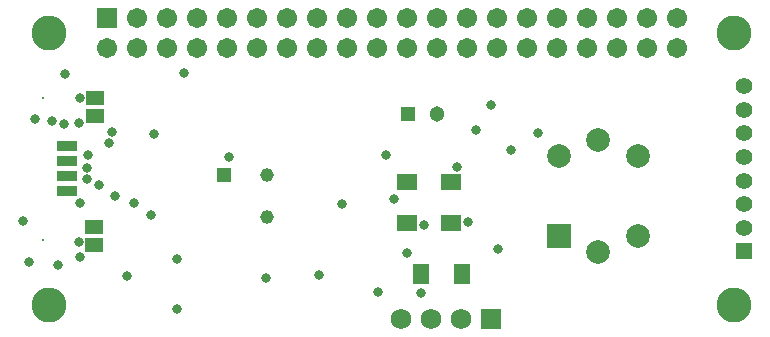
<source format=gts>
G04*
G04 #@! TF.GenerationSoftware,Altium Limited,Altium Designer,22.3.1 (43)*
G04*
G04 Layer_Color=8388736*
%FSLAX25Y25*%
%MOIN*%
G70*
G04*
G04 #@! TF.SameCoordinates,CFB6BFBE-1D4E-4C59-BBC9-44663F7F7C7A*
G04*
G04*
G04 #@! TF.FilePolarity,Negative*
G04*
G01*
G75*
%ADD20R,0.06902X0.05721*%
%ADD21R,0.05721X0.06902*%
%ADD22R,0.06115X0.04540*%
%ADD23R,0.07099X0.03556*%
%ADD24R,0.06824X0.06824*%
%ADD25C,0.06824*%
%ADD26C,0.06706*%
%ADD27R,0.06706X0.06706*%
%ADD28C,0.05131*%
%ADD29R,0.05131X0.05131*%
%ADD30R,0.05524X0.05524*%
%ADD31C,0.05524*%
%ADD32R,0.07887X0.07887*%
%ADD33C,0.07887*%
%ADD34R,0.04528X0.04528*%
%ADD35C,0.04528*%
%ADD36C,0.01280*%
%ADD37C,0.11627*%
%ADD38C,0.03162*%
D20*
X133228Y54567D02*
D03*
Y40984D02*
D03*
X147638Y41004D02*
D03*
Y54587D02*
D03*
D21*
X137815Y23819D02*
D03*
X151398D02*
D03*
D22*
X29055Y82657D02*
D03*
Y76555D02*
D03*
X28858Y33681D02*
D03*
Y39783D02*
D03*
D23*
X19626Y51496D02*
D03*
Y56496D02*
D03*
Y61496D02*
D03*
Y66496D02*
D03*
D24*
X160945Y9055D02*
D03*
D25*
X150945D02*
D03*
X140945D02*
D03*
X130945D02*
D03*
D26*
X222953Y99331D02*
D03*
X212953D02*
D03*
X202953D02*
D03*
X222953Y109331D02*
D03*
X212953D02*
D03*
X202953D02*
D03*
X172953Y99331D02*
D03*
Y109331D02*
D03*
X152953Y99331D02*
D03*
Y109331D02*
D03*
X142953Y99331D02*
D03*
Y109331D02*
D03*
X132953Y99331D02*
D03*
Y109331D02*
D03*
X122953Y99331D02*
D03*
Y109331D02*
D03*
X102953Y99331D02*
D03*
Y109331D02*
D03*
X82953Y99331D02*
D03*
Y109331D02*
D03*
X62953Y99331D02*
D03*
Y109331D02*
D03*
X32953Y99331D02*
D03*
X42953Y109331D02*
D03*
Y99331D02*
D03*
X52953Y109331D02*
D03*
Y99331D02*
D03*
X72953Y109331D02*
D03*
Y99331D02*
D03*
X92953Y109331D02*
D03*
Y99331D02*
D03*
X112953Y109331D02*
D03*
Y99331D02*
D03*
X162953Y109331D02*
D03*
Y99331D02*
D03*
X182953Y109331D02*
D03*
Y99331D02*
D03*
X192953Y109331D02*
D03*
Y99331D02*
D03*
D27*
X32953Y109331D02*
D03*
D28*
X143110Y77205D02*
D03*
D29*
X133268D02*
D03*
D30*
X245394Y31496D02*
D03*
D31*
Y39370D02*
D03*
Y47244D02*
D03*
Y55118D02*
D03*
Y62992D02*
D03*
Y70866D02*
D03*
Y78740D02*
D03*
Y86614D02*
D03*
D32*
X183665Y36713D02*
D03*
D33*
X196890Y31236D02*
D03*
X210114Y36713D02*
D03*
Y63161D02*
D03*
X196890Y68638D02*
D03*
X183665Y63161D02*
D03*
D34*
X72111Y57008D02*
D03*
D35*
X86253D02*
D03*
Y42866D02*
D03*
D36*
X11768Y82638D02*
D03*
Y35354D02*
D03*
D37*
X242126Y104331D02*
D03*
X13780D02*
D03*
X242126Y13780D02*
D03*
X13780D02*
D03*
D38*
X23622Y34646D02*
D03*
X58661Y90945D02*
D03*
X48701Y70630D02*
D03*
X128622Y49095D02*
D03*
X111417Y47205D02*
D03*
X86142Y22500D02*
D03*
X123268Y17874D02*
D03*
X137638Y17717D02*
D03*
X103661Y23543D02*
D03*
X47638Y43701D02*
D03*
X34646Y71260D02*
D03*
X5118Y41732D02*
D03*
X9055Y75590D02*
D03*
X7220Y27953D02*
D03*
X39764Y23228D02*
D03*
X56299Y12205D02*
D03*
X163386Y32283D02*
D03*
X167717Y65354D02*
D03*
X23622Y74410D02*
D03*
X26378Y59449D02*
D03*
Y55512D02*
D03*
X30315Y53543D02*
D03*
X42165Y47756D02*
D03*
X73779Y63110D02*
D03*
X125945Y63504D02*
D03*
X133031Y30906D02*
D03*
X56457Y29016D02*
D03*
X18622Y74016D02*
D03*
X24094Y47717D02*
D03*
X35866Y50039D02*
D03*
X33701Y67756D02*
D03*
X176772Y71024D02*
D03*
X156024Y72008D02*
D03*
X149724Y59606D02*
D03*
X14882Y74961D02*
D03*
X18937Y90472D02*
D03*
X26890Y63661D02*
D03*
X138661Y40354D02*
D03*
X153425Y41299D02*
D03*
X161024Y80158D02*
D03*
X16732Y27126D02*
D03*
X23976Y29685D02*
D03*
X24016Y82598D02*
D03*
M02*

</source>
